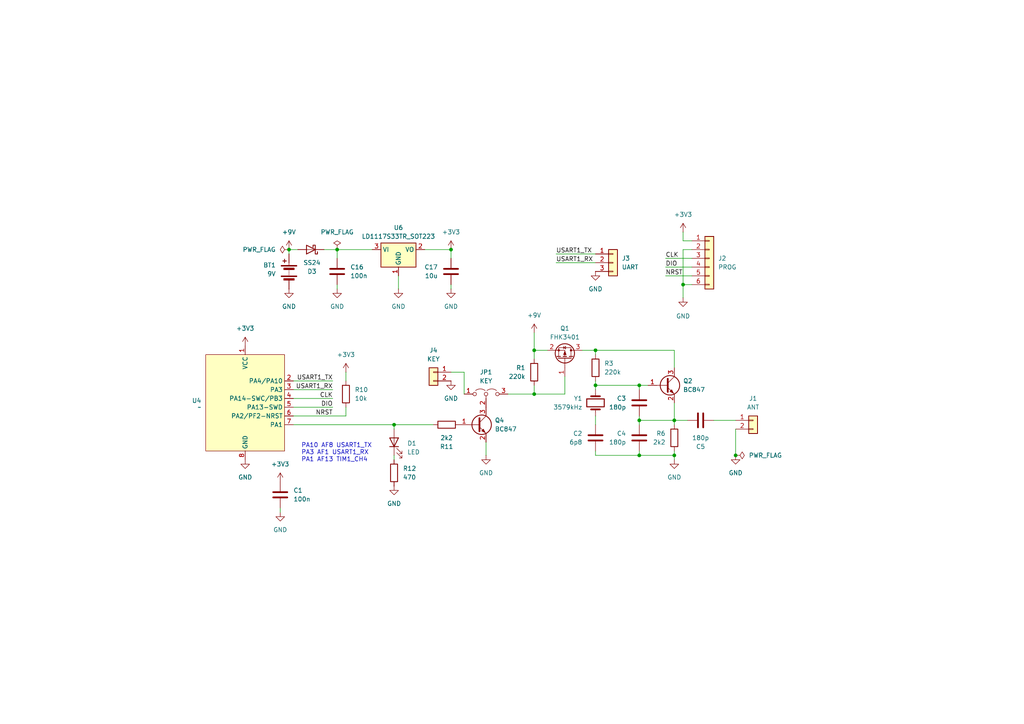
<source format=kicad_sch>
(kicad_sch (version 20250114) (generator "eeschema") (generator_version "9.0")
  (paper "A4")
  (lib_symbols
    (symbol "BC847_1" (pin_names (offset 0) (hide yes))
      (property "Reference" "Q" (at 5.08 1.905 0))
      (property "Value" "BC847" (at 5.08 0 0))
      (symbol "BC847_1_0_1"
        (polyline (pts (xy -2.54 0) (xy 0.635 0)))
        (polyline (pts (xy 0.635 1.905) (xy 0.635 -1.905)) (stroke (width 0.508)))
        (circle (center 1.27 0) (radius 2.8194) (stroke (width 0.254)))
      )
      (symbol "BC847_1_1_1"
        (polyline (pts (xy 0.635 0.635) (xy 2.54 2.54)))
        (polyline (pts (xy 0.635 -0.635) (xy 2.54 -2.54)))
        (polyline (pts (xy 1.27 -1.778) (xy 1.778 -1.27) (xy 2.286 -2.286) (xy 1.27 -1.778)) (fill (type outline)))
        (pin input line (at -5.08 0 0) (length 2.54) (name "B") (number "1"))
        (pin passive line (at 2.54 5.08 270) (length 2.54) (name "C") (number "3"))
        (pin passive line (at 2.54 -5.08 90) (length 2.54) (name "E") (number "2"))
      )
    )
    (symbol "Connector_Generic:Conn_01x02" (pin_names (offset 1.016) (hide yes))
      (property "Reference" "J" (at 0 2.54 0))
      (property "Value" "Conn_01x02" (at 0 -5.08 0))
      (symbol "Conn_01x02_1_1"
        (rectangle (start -1.27 1.27) (end 1.27 -3.81) (stroke (width 0.254)) (fill (type background)))
        (rectangle (start -1.27 0.127) (end 0 -0.127) (stroke (width 0.1524)))
        (rectangle (start -1.27 -2.413) (end 0 -2.667) (stroke (width 0.1524)))
        (pin passive line (at -5.08 0 0) (length 3.81) (name "Pin_1") (number "1"))
        (pin passive line (at -5.08 -2.54 0) (length 3.81) (name "Pin_2") (number "2"))
      )
    )
    (symbol "Connector_Generic:Conn_01x03" (pin_names (offset 1.016) (hide yes))
      (property "Reference" "J" (at 0 5.08 0))
      (property "Value" "Conn_01x03" (at 0 -5.08 0))
      (symbol "Conn_01x03_1_1"
        (rectangle (start -1.27 3.81) (end 1.27 -3.81) (stroke (width 0.254)) (fill (type background)))
        (rectangle (start -1.27 2.667) (end 0 2.413) (stroke (width 0.1524)))
        (rectangle (start -1.27 0.127) (end 0 -0.127) (stroke (width 0.1524)))
        (rectangle (start -1.27 -2.413) (end 0 -2.667) (stroke (width 0.1524)))
        (pin passive line (at -5.08 2.54 0) (length 3.81) (name "Pin_1") (number "1"))
        (pin passive line (at -5.08 0 0) (length 3.81) (name "Pin_2") (number "2"))
        (pin passive line (at -5.08 -2.54 0) (length 3.81) (name "Pin_3") (number "3"))
      )
    )
    (symbol "Connector_Generic:Conn_01x06" (pin_names (offset 1.016) (hide yes))
      (property "Reference" "J" (at 0 7.62 0))
      (property "Value" "Conn_01x06" (at 0 -10.16 0))
      (symbol "Conn_01x06_1_1"
        (rectangle (start -1.27 6.35) (end 1.27 -8.89) (stroke (width 0.254)) (fill (type background)))
        (rectangle (start -1.27 5.207) (end 0 4.953) (stroke (width 0.1524)))
        (rectangle (start -1.27 2.667) (end 0 2.413) (stroke (width 0.1524)))
        (rectangle (start -1.27 0.127) (end 0 -0.127) (stroke (width 0.1524)))
        (rectangle (start -1.27 -2.413) (end 0 -2.667) (stroke (width 0.1524)))
        (rectangle (start -1.27 -4.953) (end 0 -5.207) (stroke (width 0.1524)))
        (rectangle (start -1.27 -7.493) (end 0 -7.747) (stroke (width 0.1524)))
        (pin passive line (at -5.08 5.08 0) (length 3.81) (name "Pin_1") (number "1"))
        (pin passive line (at -5.08 2.54 0) (length 3.81) (name "Pin_2") (number "2"))
        (pin passive line (at -5.08 0 0) (length 3.81) (name "Pin_3") (number "3"))
        (pin passive line (at -5.08 -2.54 0) (length 3.81) (name "Pin_4") (number "4"))
        (pin passive line (at -5.08 -5.08 0) (length 3.81) (name "Pin_5") (number "5"))
        (pin passive line (at -5.08 -7.62 0) (length 3.81) (name "Pin_6") (number "6"))
      )
    )
    (symbol "Device:Battery" (pin_numbers (hide yes)) (pin_names (offset 0) (hide yes))
      (property "Reference" "BT" (at 2.54 2.54 0))
      (property "Value" "Battery" (at 2.54 0 0))
      (symbol "Battery_0_1"
        (rectangle (start -2.286 1.778) (end 2.286 1.524) (fill (type outline)))
        (rectangle (start -2.286 -1.27) (end 2.286 -1.524) (fill (type outline)))
        (rectangle (start -1.524 1.016) (end 1.524 0.508) (fill (type outline)))
        (rectangle (start -1.524 -2.032) (end 1.524 -2.54) (fill (type outline)))
        (polyline (pts (xy 0 1.778) (xy 0 2.54)))
        (polyline (pts (xy 0 0) (xy 0 0.254)))
        (polyline (pts (xy 0 -0.508) (xy 0 -0.254)))
        (polyline (pts (xy 0 -1.016) (xy 0 -0.762)))
        (polyline (pts (xy 0.762 3.048) (xy 1.778 3.048)) (stroke (width 0.254)))
        (polyline (pts (xy 1.27 3.556) (xy 1.27 2.54)) (stroke (width 0.254)))
      )
      (symbol "Battery_1_1"
        (pin passive line (at 0 5.08 270) (length 2.54) (name "+") (number "1"))
        (pin passive line (at 0 -5.08 90) (length 2.54) (name "-") (number "2"))
      )
    )
    (symbol "Device:C" (pin_numbers (hide yes)) (pin_names (offset 0.254))
      (property "Reference" "C" (at 0.635 2.54 0))
      (property "Value" "C" (at 0.635 -2.54 0))
      (symbol "C_0_1"
        (polyline (pts (xy -2.032 0.762) (xy 2.032 0.762)) (stroke (width 0.508)))
        (polyline (pts (xy -2.032 -0.762) (xy 2.032 -0.762)) (stroke (width 0.508)))
      )
      (symbol "C_1_1"
        (pin passive line (at 0 3.81 270) (length 2.794) (name "~") (number "1"))
        (pin passive line (at 0 -3.81 90) (length 2.794) (name "~") (number "2"))
      )
    )
    (symbol "Device:Crystal" (pin_numbers (hide yes)) (pin_names (offset 1.016) (hide yes))
      (property "Reference" "Y" (at 0 3.81 0))
      (property "Value" "Crystal" (at 0 -3.81 0))
      (symbol "Crystal_0_1"
        (polyline (pts (xy -2.54 0) (xy -1.905 0)))
        (polyline (pts (xy -1.905 -1.27) (xy -1.905 1.27)) (stroke (width 0.508)))
        (rectangle (start -1.143 2.54) (end 1.143 -2.54) (stroke (width 0.3048)))
        (polyline (pts (xy 1.905 -1.27) (xy 1.905 1.27)) (stroke (width 0.508)))
        (polyline (pts (xy 2.54 0) (xy 1.905 0)))
      )
      (symbol "Crystal_1_1"
        (pin passive line (at -3.81 0 0) (length 1.27) (name "1") (number "1"))
        (pin passive line (at 3.81 0 180) (length 1.27) (name "2") (number "2"))
      )
    )
    (symbol "Device:LED" (pin_numbers (hide yes)) (pin_names (offset 1.016) (hide yes))
      (property "Reference" "D" (at 0 2.54 0))
      (property "Value" "LED" (at 0 -2.54 0))
      (symbol "LED_0_1"
        (polyline (pts (xy -3.048 -0.762) (xy -4.572 -2.286) (xy -3.81 -2.286) (xy -4.572 -2.286) (xy -4.572 -1.524)))
        (polyline (pts (xy -1.778 -0.762) (xy -3.302 -2.286) (xy -2.54 -2.286) (xy -3.302 -2.286) (xy -3.302 -1.524)))
        (polyline (pts (xy -1.27 0) (xy 1.27 0)))
        (polyline (pts (xy -1.27 -1.27) (xy -1.27 1.27)) (stroke (width 0.254)))
        (polyline (pts (xy 1.27 -1.27) (xy 1.27 1.27) (xy -1.27 0) (xy 1.27 -1.27)) (stroke (width 0.254)))
      )
      (symbol "LED_1_1"
        (pin passive line (at -3.81 0 0) (length 2.54) (name "K") (number "1"))
        (pin passive line (at 3.81 0 180) (length 2.54) (name "A") (number "2"))
      )
    )
    (symbol "Device:R" (pin_numbers (hide yes)) (pin_names (offset 0))
      (property "Reference" "R" (at 2.032 0 90))
      (property "Value" "R" (at 0 0 90))
      (symbol "R_0_1"
        (rectangle (start -1.016 -2.54) (end 1.016 2.54) (stroke (width 0.254)))
      )
      (symbol "R_1_1"
        (pin passive line (at 0 3.81 270) (length 1.27) (name "~") (number "1"))
        (pin passive line (at 0 -3.81 90) (length 1.27) (name "~") (number "2"))
      )
    )
    (symbol "Diode:SS24" (pin_numbers (hide yes)) (pin_names (offset 1.016) (hide yes))
      (property "Reference" "D" (at 0 2.54 0))
      (property "Value" "SS24" (at 0 -2.54 0))
      (symbol "SS24_0_1"
        (polyline (pts (xy -1.905 0.635) (xy -1.905 1.27) (xy -1.27 1.27) (xy -1.27 -1.27) (xy -0.635 -1.27) (xy -0.635 -0.635)) (stroke (width 0.254)))
        (polyline (pts (xy 1.27 1.27) (xy 1.27 -1.27) (xy -1.27 0) (xy 1.27 1.27)) (stroke (width 0.254)))
        (polyline (pts (xy 1.27 0) (xy -1.27 0)))
      )
      (symbol "SS24_1_1"
        (pin passive line (at -3.81 0 0) (length 2.54) (name "K") (number "1"))
        (pin passive line (at 3.81 0 180) (length 2.54) (name "A") (number "2"))
      )
    )
    (symbol "Jumper:Jumper_3_Open" (pin_names (offset 0) (hide yes)) (in_bom no)
      (property "Reference" "JP" (at -2.54 -2.54 0))
      (property "Value" "Jumper_3_Open" (at 0 2.794 0))
      (symbol "Jumper_3_Open_0_0"
        (circle (center -3.302 0) (radius 0.508))
        (circle (center 0 0) (radius 0.508))
        (circle (center 3.302 0) (radius 0.508))
      )
      (symbol "Jumper_3_Open_0_1"
        (arc (start -3.048 1.016) (mid -1.651 1.4992) (end -0.254 1.016))
        (polyline (pts (xy 0 -0.508) (xy 0 -1.27)))
        (arc (start 0.254 1.016) (mid 1.651 1.4992) (end 3.048 1.016))
      )
      (symbol "Jumper_3_Open_1_1"
        (pin passive line (at -6.35 0 0) (length 2.54) (name "A") (number "1"))
        (pin passive line (at 0 -3.81 90) (length 2.54) (name "C") (number "2"))
        (pin passive line (at 6.35 0 180) (length 2.54) (name "B") (number "3"))
      )
    )
    (symbol "Regulator_Linear:LD1117S33TR_SOT223"
      (property "Reference" "U" (at -3.81 3.175 0))
      (property "Value" "LD1117S33TR_SOT223" (at 0 3.175 0))
      (symbol "LD1117S33TR_SOT223_0_1"
        (rectangle (start -5.08 -5.08) (end 5.08 1.905) (stroke (width 0.254)) (fill (type background)))
      )
      (symbol "LD1117S33TR_SOT223_1_1"
        (pin power_in line (at -7.62 0 0) (length 2.54) (name "VI") (number "3"))
        (pin power_in line (at 0 -7.62 90) (length 2.54) (name "GND") (number "1"))
        (pin power_out line (at 7.62 0 180) (length 2.54) (name "VO") (number "2"))
      )
    )
    (symbol "Transistor_FET:Q_PMOS_GSD" (pin_names (offset 0) (hide yes))
      (property "Reference" "Q" (at 5.08 1.905 0))
      (property "Value" "Q_PMOS_GSD" (at 5.08 0 0))
      (symbol "Q_PMOS_GSD_0_1"
        (polyline (pts (xy 0.254 1.905) (xy 0.254 -1.905)) (stroke (width 0.254)))
        (polyline (pts (xy 0.254 0) (xy -2.54 0)))
        (polyline (pts (xy 0.762 2.286) (xy 0.762 1.27)) (stroke (width 0.254)))
        (polyline (pts (xy 0.762 1.778) (xy 3.302 1.778) (xy 3.302 -1.778) (xy 0.762 -1.778)))
        (polyline (pts (xy 0.762 0.508) (xy 0.762 -0.508)) (stroke (width 0.254)))
        (polyline (pts (xy 0.762 -1.27) (xy 0.762 -2.286)) (stroke (width 0.254)))
        (circle (center 1.651 0) (radius 2.794) (stroke (width 0.254)))
        (polyline (pts (xy 2.286 0) (xy 1.27 0.381) (xy 1.27 -0.381) (xy 2.286 0)) (fill (type outline)))
        (polyline (pts (xy 2.54 2.54) (xy 2.54 1.778)))
        (circle (center 2.54 1.778) (radius 0.254) (fill (type outline)))
        (circle (center 2.54 -1.778) (radius 0.254) (fill (type outline)))
        (polyline (pts (xy 2.54 -2.54) (xy 2.54 0) (xy 0.762 0)))
        (polyline (pts (xy 2.921 -0.381) (xy 3.683 -0.381)))
        (polyline (pts (xy 3.302 -0.381) (xy 2.921 0.254) (xy 3.683 0.254) (xy 3.302 -0.381)))
      )
      (symbol "Q_PMOS_GSD_1_1"
        (pin input line (at -5.08 0 0) (length 2.54) (name "G") (number "1"))
        (pin passive line (at 2.54 5.08 270) (length 2.54) (name "D") (number "3"))
        (pin passive line (at 2.54 -5.08 90) (length 2.54) (name "S") (number "2"))
      )
    )
    (symbol "power:+3V3" (power) (pin_numbers (hide yes)) (pin_names (offset 0) (hide yes))
      (property "Value" "+3V3" (at 0 3.556 0))
      (symbol "+3V3_0_1"
        (polyline (pts (xy -0.762 1.27) (xy 0 2.54)))
        (polyline (pts (xy 0 2.54) (xy 0.762 1.27)))
        (polyline (pts (xy 0 0) (xy 0 2.54)))
      )
      (symbol "+3V3_1_1"
        (pin power_in line (at 0 0 90) (length 0) (name "~") (number "1"))
      )
    )
    (symbol "power:+9V" (power) (pin_numbers (hide yes)) (pin_names (offset 0) (hide yes))
      (property "Value" "+9V" (at 0 3.556 0))
      (symbol "+9V_0_1"
        (polyline (pts (xy -0.762 1.27) (xy 0 2.54)))
        (polyline (pts (xy 0 2.54) (xy 0.762 1.27)))
        (polyline (pts (xy 0 0) (xy 0 2.54)))
      )
      (symbol "+9V_1_1"
        (pin power_in line (at 0 0 90) (length 0) (name "~") (number "1"))
      )
    )
    (symbol "power:GND" (power) (pin_numbers (hide yes)) (pin_names (offset 0) (hide yes))
      (property "Value" "GND" (at 0 -3.81 0))
      (symbol "GND_0_1"
        (polyline (pts (xy 0 0) (xy 0 -1.27) (xy 1.27 -1.27) (xy 0 -2.54) (xy -1.27 -1.27) (xy 0 -1.27)))
      )
      (symbol "GND_1_1"
        (pin power_in line (at 0 0 270) (length 0) (name "~") (number "1"))
      )
    )
    (symbol "power:PWR_FLAG" (power) (pin_numbers (hide yes)) (pin_names (offset 0) (hide yes))
      (property "Value" "PWR_FLAG" (at 0 3.81 0))
      (symbol "PWR_FLAG_0_0"
        (pin power_out line (at 0 0 90) (length 0) (name "~") (number "1"))
      )
      (symbol "PWR_FLAG_0_1"
        (polyline (pts (xy 0 0) (xy 0 1.27) (xy -1.016 1.905) (xy 0 2.54) (xy 1.016 1.905) (xy 0 1.27)))
      )
    )
    (symbol "puya_mcu:PY32F002AL15S"
      (property "Reference" "U" (at -10.16 15.24 0))
      (symbol "PY32F002AL15S_1_1"
        (rectangle (start -11.43 13.97) (end 11.43 -13.97) (fill (type background)))
        (pin power_in line (at 0 16.51 270) (length 2.54) (name "VCC") (number "1"))
        (pin power_in line (at 0 -16.51 90) (length 2.54) (name "GND") (number "8"))
        (pin passive line (at 13.97 6.35 180) (length 2.54) (name "PA4/PA10") (number "2"))
        (pin passive line (at 13.97 3.81 180) (length 2.54) (name "PA3") (number "3"))
        (pin passive line (at 13.97 1.27 180) (length 2.54) (name "PA14-SWC/PB3") (number "4"))
        (pin passive line (at 13.97 -1.27 180) (length 2.54) (name "PA13-SWD") (number "5"))
        (pin passive line (at 13.97 -3.81 180) (length 2.54) (name "PA2/PF2-NRST") (number "6"))
        (pin passive line (at 13.97 -6.35 180) (length 2.54) (name "PA1") (number "7"))
      )
    )
  )
  (text "PA10 AF8 USART1_TX\nPA3 AF1 USART1_RX\nPA1 AF13 TIM1_CH4" (at 87.376 131.318 0) (effects (font (size 1.27 1.27)) (justify left)))
  (junction (at 195.58 121.92))
  (junction (at 97.79 72.39))
  (junction (at 198.12 82.55))
  (junction (at 185.42 132.08))
  (junction (at 172.72 111.76))
  (junction (at 114.3 123.19))
  (junction (at 130.81 72.39))
  (junction (at 154.94 114.3))
  (junction (at 185.42 111.76))
  (junction (at 83.82 72.39))
  (junction (at 185.42 121.92))
  (junction (at 172.72 101.6))
  (junction (at 195.58 132.08))
  (junction (at 213.36 132.08))
  (junction (at 154.94 101.6))
  (wire (pts (xy 154.94 96.52) (xy 154.94 101.6)))
  (wire (pts (xy 193.04 77.47) (xy 200.66 77.47)))
  (wire (pts (xy 81.28 147.32) (xy 81.28 148.59)))
  (wire (pts (xy 172.72 132.08) (xy 172.72 130.81)))
  (wire (pts (xy 185.42 132.08) (xy 195.58 132.08)))
  (wire (pts (xy 198.12 72.39) (xy 200.66 72.39)))
  (wire (pts (xy 97.79 72.39) (xy 107.95 72.39)))
  (wire (pts (xy 83.82 72.39) (xy 83.82 73.66)))
  (wire (pts (xy 193.04 74.93) (xy 200.66 74.93)))
  (wire (pts (xy 161.29 76.2) (xy 172.72 76.2)))
  (wire (pts (xy 213.36 124.46) (xy 213.36 132.08)))
  (wire (pts (xy 97.79 82.55) (xy 97.79 83.82)))
  (wire (pts (xy 195.58 132.08) (xy 195.58 130.81)))
  (wire (pts (xy 154.94 111.76) (xy 154.94 114.3)))
  (wire (pts (xy 114.3 123.19) (xy 125.73 123.19)))
  (wire (pts (xy 195.58 123.19) (xy 195.58 121.92)))
  (wire (pts (xy 195.58 101.6) (xy 195.58 106.68)))
  (wire (pts (xy 207.01 121.92) (xy 213.36 121.92)))
  (wire (pts (xy 154.94 104.14) (xy 154.94 101.6)))
  (wire (pts (xy 130.81 74.93) (xy 130.81 72.39)))
  (wire (pts (xy 193.04 80.01) (xy 200.66 80.01)))
  (wire (pts (xy 114.3 132.08) (xy 114.3 133.35)))
  (wire (pts (xy 172.72 132.08) (xy 185.42 132.08)))
  (wire (pts (xy 123.19 72.39) (xy 130.81 72.39)))
  (wire (pts (xy 198.12 72.39) (xy 198.12 82.55)))
  (wire (pts (xy 185.42 123.19) (xy 185.42 121.92)))
  (wire (pts (xy 198.12 82.55) (xy 198.12 86.36)))
  (wire (pts (xy 115.57 83.82) (xy 115.57 80.01)))
  (wire (pts (xy 130.81 107.95) (xy 134.62 107.95)))
  (wire (pts (xy 85.09 120.65) (xy 100.33 120.65)))
  (wire (pts (xy 154.94 114.3) (xy 163.83 114.3)))
  (wire (pts (xy 195.58 121.92) (xy 199.39 121.92)))
  (wire (pts (xy 185.42 121.92) (xy 185.42 120.65)))
  (wire (pts (xy 161.29 73.66) (xy 172.72 73.66)))
  (wire (pts (xy 100.33 118.11) (xy 100.33 120.65)))
  (wire (pts (xy 114.3 124.46) (xy 114.3 123.19)))
  (wire (pts (xy 85.09 113.03) (xy 96.52 113.03)))
  (wire (pts (xy 100.33 107.95) (xy 100.33 110.49)))
  (wire (pts (xy 195.58 101.6) (xy 172.72 101.6)))
  (wire (pts (xy 172.72 113.03) (xy 172.72 111.76)))
  (wire (pts (xy 140.97 128.27) (xy 140.97 132.08)))
  (wire (pts (xy 168.91 101.6) (xy 172.72 101.6)))
  (wire (pts (xy 154.94 101.6) (xy 158.75 101.6)))
  (wire (pts (xy 147.32 114.3) (xy 154.94 114.3)))
  (wire (pts (xy 85.09 115.57) (xy 96.52 115.57)))
  (wire (pts (xy 85.09 123.19) (xy 114.3 123.19)))
  (wire (pts (xy 195.58 116.84) (xy 195.58 121.92)))
  (wire (pts (xy 172.72 111.76) (xy 172.72 110.49)))
  (wire (pts (xy 97.79 72.39) (xy 97.79 74.93)))
  (wire (pts (xy 198.12 69.85) (xy 200.66 69.85)))
  (wire (pts (xy 185.42 132.08) (xy 185.42 130.81)))
  (wire (pts (xy 130.81 82.55) (xy 130.81 83.82)))
  (wire (pts (xy 195.58 133.35) (xy 195.58 132.08)))
  (wire (pts (xy 86.36 72.39) (xy 83.82 72.39)))
  (wire (pts (xy 93.98 72.39) (xy 97.79 72.39)))
  (wire (pts (xy 85.09 110.49) (xy 96.52 110.49)))
  (wire (pts (xy 134.62 107.95) (xy 134.62 114.3)))
  (wire (pts (xy 187.96 111.76) (xy 185.42 111.76)))
  (wire (pts (xy 185.42 113.03) (xy 185.42 111.76)))
  (wire (pts (xy 198.12 82.55) (xy 200.66 82.55)))
  (wire (pts (xy 172.72 111.76) (xy 185.42 111.76)))
  (wire (pts (xy 163.83 114.3) (xy 163.83 109.22)))
  (wire (pts (xy 85.09 118.11) (xy 96.52 118.11)))
  (wire (pts (xy 198.12 67.31) (xy 198.12 69.85)))
  (wire (pts (xy 172.72 120.65) (xy 172.72 123.19)))
  (wire (pts (xy 172.72 101.6) (xy 172.72 102.87)))
  (wire (pts (xy 185.42 121.92) (xy 195.58 121.92)))
  (label "USART1_RX" (at 161.29 76.2 0))
  (label "NRST" (at 193.04 80.01 0))
  (label "USART1_TX" (at 96.52 110.49 180))
  (label "NRST" (at 96.52 120.65 180))
  (label "USART1_TX" (at 161.29 73.66 0))
  (label "DIO" (at 193.04 77.47 0))
  (label "USART1_RX" (at 96.52 113.03 180))
  (label "DIO" (at 96.52 118.11 180))
  (label "CLK" (at 193.04 74.93 0))
  (label "CLK" (at 96.52 115.57 180))
  (symbol (lib_id "power:+3V3") (at 130.81 72.39 0) (unit 1)
    (property "Reference" "#PWR021" (effects (hide yes)))
    (property "Value" "+3V3" (at 130.81 67.31 0))
    (property "Description" "Power symbol creates a global label with name \"+3V3\"" (effects (hide yes)))
  )
  (symbol (lib_id "Device:C") (at 81.28 143.51 0) (unit 1)
    (property "Reference" "C1" (at 85.09 142.2399 0) (effects (justify left)))
    (property "Value" "100n" (at 85.09 144.7799 0) (effects (justify left)))
    (property "Footprint" "Capacitor_SMD:C_0805_2012Metric_Pad1.18x1.45mm_HandSolder" (effects (hide yes)))
    (property "Description" "Unpolarized capacitor" (effects (hide yes)))
  )
  (symbol (lib_id "power:GND") (at 71.12 133.35 0) (unit 1)
    (property "Reference" "#PWR015" (effects (hide yes)))
    (property "Value" "GND" (at 71.12 138.43 0))
    (property "Description" "Power symbol creates a global label with name \"GND\" , ground" (effects (hide yes)))
  )
  (symbol (lib_id "power:GND") (at 83.82 83.82 0) (mirror y) (unit 1)
    (property "Reference" "#PWR028" (effects (hide yes)))
    (property "Value" "GND" (at 83.82 88.9 0))
    (property "Description" "Power symbol creates a global label with name \"GND\" , ground" (effects (hide yes)))
  )
  (symbol (lib_id "Device:C") (at 203.2 121.92 90) (mirror x) (unit 1)
    (property "Reference" "C5" (at 203.2 129.54 90))
    (property "Value" "180p" (at 203.2 127 90))
    (property "Footprint" "Capacitor_SMD:C_0805_2012Metric_Pad1.18x1.45mm_HandSolder" (effects (hide yes)))
    (property "Description" "Unpolarized capacitor" (effects (hide yes)))
  )
  (symbol (lib_id "power:GND") (at 97.79 83.82 0) (unit 1)
    (property "Reference" "#PWR030" (effects (hide yes)))
    (property "Value" "GND" (at 97.79 88.9 0))
    (property "Description" "Power symbol creates a global label with name \"GND\" , ground" (effects (hide yes)))
  )
  (symbol (lib_id "Device:C") (at 172.72 127 0) (mirror y) (unit 1)
    (property "Reference" "C2" (at 168.91 125.7299 0) (effects (justify left)))
    (property "Value" "6p8" (at 168.91 128.2699 0) (effects (justify left)))
    (property "Footprint" "Capacitor_SMD:C_0805_2012Metric_Pad1.18x1.45mm_HandSolder" (effects (hide yes)))
    (property "Description" "Unpolarized capacitor" (effects (hide yes)))
  )
  (symbol (lib_id "power:PWR_FLAG") (at 83.82 72.39 90) (unit 1)
    (property "Reference" "#FLG01" (effects (hide yes)))
    (property "Value" "PWR_FLAG" (at 80.01 72.3899 90) (effects (justify left)))
    (property "Description" "Special symbol for telling ERC where power comes from" (effects (hide yes)))
  )
  (symbol (lib_id "power:+3V3") (at 198.12 67.31 0) (unit 1)
    (property "Reference" "#PWR026" (effects (hide yes)))
    (property "Value" "+3V3" (at 198.12 62.23 0))
    (property "Description" "Power symbol creates a global label with name \"+3V3\"" (effects (hide yes)))
  )
  (symbol (lib_id "power:PWR_FLAG") (at 97.79 72.39 0) (unit 1)
    (property "Reference" "#FLG03" (effects (hide yes)))
    (property "Value" "PWR_FLAG" (at 97.79 67.31 0))
    (property "Description" "Special symbol for telling ERC where power comes from" (effects (hide yes)))
  )
  (symbol (lib_id "Connector_Generic:Conn_01x02") (at 218.44 121.92 0) (unit 1)
    (property "Reference" "J1" (at 218.44 115.57 0))
    (property "Value" "ANT" (at 218.44 118.11 0))
    (property "Footprint" "Connector_PinHeader_2.54mm:PinHeader_1x02_P2.54mm_Vertical" (effects (hide yes)))
    (property "Description" "Generic connector, single row, 01x02, script generated (kicad-library-utils/schlib/autogen/connector/)" (effects (hide yes)))
  )
  (symbol (lib_id "power:GND") (at 195.58 133.35 0) (unit 1)
    (property "Reference" "#PWR05" (effects (hide yes)))
    (property "Value" "GND" (at 195.58 138.43 0))
    (property "Description" "Power symbol creates a global label with name \"GND\" , ground" (effects (hide yes)))
  )
  (symbol (lib_id "power:+9V") (at 154.94 96.52 0) (unit 1)
    (property "Reference" "#PWR033" (effects (hide yes)))
    (property "Value" "+9V" (at 154.94 91.44 0))
    (property "Description" "Power symbol creates a global label with name \"+9V\"" (effects (hide yes)))
  )
  (symbol (lib_id "power:PWR_FLAG") (at 213.36 132.08 270) (unit 1)
    (property "Reference" "#FLG02" (effects (hide yes)))
    (property "Value" "PWR_FLAG" (at 217.17 132.0799 90) (effects (justify left)))
    (property "Description" "Special symbol for telling ERC where power comes from" (effects (hide yes)))
  )
  (symbol (lib_id "power:+9V") (at 83.82 72.39 0) (unit 1)
    (property "Reference" "#PWR032" (effects (hide yes)))
    (property "Value" "+9V" (at 83.82 67.31 0))
    (property "Description" "Power symbol creates a global label with name \"+9V\"" (effects (hide yes)))
  )
  (symbol (lib_id "Connector_Generic:Conn_01x02") (at 125.73 107.95 0) (mirror y) (unit 1)
    (property "Reference" "J4" (at 125.73 101.6 0))
    (property "Value" "KEY" (at 125.73 104.14 0))
    (property "Footprint" "Connector_PinHeader_2.54mm:PinHeader_1x02_P2.54mm_Vertical" (effects (hide yes)))
    (property "Description" "Generic connector, single row, 01x02, script generated (kicad-library-utils/schlib/autogen/connector/)" (effects (hide yes)))
  )
  (symbol (lib_id "Device:R") (at 195.58 127 0) (mirror y) (unit 1)
    (property "Reference" "R6" (at 193.04 125.7299 0) (effects (justify left)))
    (property "Value" "2k2" (at 193.04 128.2699 0) (effects (justify left)))
    (property "Footprint" "Resistor_SMD:R_0805_2012Metric_Pad1.20x1.40mm_HandSolder" (effects (hide yes)))
    (property "Description" "Resistor" (effects (hide yes)))
  )
  (symbol (lib_id "power:GND") (at 172.72 78.74 0) (unit 1)
    (property "Reference" "#PWR03" (effects (hide yes)))
    (property "Value" "GND" (at 172.72 83.82 0))
  )
  (symbol (lib_id "Device:R") (at 172.72 106.68 0) (unit 1)
    (property "Reference" "R3" (at 175.26 105.4099 0) (effects (justify left)))
    (property "Value" "220k" (at 175.26 107.9499 0) (effects (justify left)))
    (property "Footprint" "Resistor_SMD:R_0805_2012Metric_Pad1.20x1.40mm_HandSolder" (effects (hide yes)))
    (property "Description" "Resistor" (effects (hide yes)))
  )
  (symbol (lib_id "Device:C") (at 185.42 116.84 0) (mirror y) (unit 1)
    (property "Reference" "C3" (at 181.61 115.5699 0) (effects (justify left)))
    (property "Value" "180p" (at 181.61 118.1099 0) (effects (justify left)))
    (property "Footprint" "Capacitor_SMD:C_0805_2012Metric_Pad1.18x1.45mm_HandSolder" (effects (hide yes)))
    (property "Description" "Unpolarized capacitor" (effects (hide yes)))
  )
  (symbol (lib_id "power:GND") (at 115.57 83.82 0) (unit 1)
    (property "Reference" "#PWR024" (effects (hide yes)))
    (property "Value" "GND" (at 115.57 88.9 0))
    (property "Description" "Power symbol creates a global label with name \"GND\" , ground" (effects (hide yes)))
  )
  (symbol (lib_name "BC847_1") (lib_id "Transistor_BJT:BC847") (at 138.43 123.19 0) (unit 1)
    (property "Reference" "Q4" (at 143.51 121.9199 0) (effects (justify left)))
    (property "Value" "BC847" (at 143.51 124.4599 0) (effects (justify left)))
    (property "Footprint" "Package_TO_SOT_SMD:SOT-23" (effects (hide yes)))
    (property "Datasheet" "http://www.infineon.com/dgdl/Infineon-BC847SERIES_BC848SERIES_BC849SERIES_BC850SERIES-DS-v01_01-en.pdf?fileId=db3a304314dca389011541d4630a1657" (effects (hide yes)))
    (property "Description" "0.1A Ic, 45V Vce, NPN Transistor, SOT-23" (effects (hide yes)))
  )
  (symbol (lib_id "power:GND") (at 198.12 86.36 0) (unit 1)
    (property "Reference" "#PWR022" (effects (hide yes)))
    (property "Value" "GND" (at 198.12 91.694 0))
  )
  (symbol (lib_id "puya_mcu:PY32F002AL15S") (at 71.12 116.84 0) (unit 1)
    (property "Reference" "U4" (at 58.42 116.2049 0) (effects (justify right)))
    (property "Value" "~" (at 58.42 118.11 0) (effects (justify right)))
    (property "Footprint" "Package_SO:SOP-8_3.9x4.9mm_P1.27mm" (effects (hide yes)))
    (property "Datasheet" "https://datasheet.lcsc.com/lcsc/2303271200_PUYA--PY32F002AF15P6TU_C5292059.pdf" (effects (hide yes)))
  )
  (symbol (lib_id "Device:Crystal") (at 172.72 116.84 270) (mirror x) (unit 1)
    (property "Reference" "Y1" (at 168.91 115.5699 90) (effects (justify right)))
    (property "Value" "3579kHz" (at 168.91 118.1099 90) (effects (justify right)))
    (property "Footprint" "Crystal:Crystal_HC49-4H_Vertical" (effects (hide yes)))
    (property "Description" "Two pin crystal" (effects (hide yes)))
  )
  (symbol (lib_id "Jumper:Jumper_3_Open") (at 140.97 114.3 0) (unit 1) (in_bom no)
    (property "Reference" "JP1" (at 140.97 107.95 0))
    (property "Value" "KEY" (at 140.97 110.49 0))
    (property "Footprint" "Jumper:SolderJumper-3_P1.3mm_Open_RoundedPad1.0x1.5mm" (effects (hide yes)))
    (property "Description" "Jumper, 3-pole, both open" (effects (hide yes)))
  )
  (symbol (lib_id "Device:C") (at 97.79 78.74 0) (unit 1)
    (property "Reference" "C16" (at 101.6 77.4699 0) (effects (justify left)))
    (property "Value" "100n" (at 101.6 80.0099 0) (effects (justify left)))
    (property "Footprint" "Capacitor_SMD:C_0805_2012Metric_Pad1.18x1.45mm_HandSolder" (effects (hide yes)))
    (property "Description" "Unpolarized capacitor" (effects (hide yes)))
  )
  (symbol (lib_id "Device:R") (at 114.3 137.16 0) (unit 1)
    (property "Reference" "R12" (at 116.84 135.89 0) (effects (justify left)))
    (property "Value" "470" (at 116.84 138.43 0) (effects (justify left)))
    (property "Footprint" "Resistor_SMD:R_0805_2012Metric_Pad1.20x1.40mm_HandSolder" (effects (hide yes)))
  )
  (symbol (lib_id "power:GND") (at 213.36 132.08 0) (unit 1)
    (property "Reference" "#PWR020" (effects (hide yes)))
    (property "Value" "GND" (at 213.36 137.16 0))
    (property "Description" "Power symbol creates a global label with name \"GND\" , ground" (effects (hide yes)))
  )
  (symbol (lib_id "Device:R") (at 100.33 114.3 0) (unit 1)
    (property "Reference" "R10" (at 102.87 113.03 0) (effects (justify left)))
    (property "Value" "10k" (at 102.87 115.57 0) (effects (justify left)))
    (property "Footprint" "Resistor_SMD:R_0805_2012Metric_Pad1.20x1.40mm_HandSolder" (effects (hide yes)))
  )
  (symbol (lib_id "Device:LED") (at 114.3 128.27 90) (unit 1)
    (property "Reference" "D1" (at 118.11 128.5874 90) (effects (justify right)))
    (property "Value" "LED" (at 118.11 131.1274 90) (effects (justify right)))
    (property "Footprint" "LED_SMD:LED_0805_2012Metric_Pad1.15x1.40mm_HandSolder" (effects (hide yes)))
    (property "Description" "Light emitting diode" (effects (hide yes)))
    (property "Sim.Pins" "1=K 2=A" (effects (hide yes)))
  )
  (symbol (lib_id "Device:R") (at 154.94 107.95 0) (mirror y) (unit 1)
    (property "Reference" "R1" (at 152.4 106.6799 0) (effects (justify left)))
    (property "Value" "220k" (at 152.4 109.2199 0) (effects (justify left)))
    (property "Footprint" "Resistor_SMD:R_0805_2012Metric_Pad1.20x1.40mm_HandSolder" (effects (hide yes)))
    (property "Description" "Resistor" (effects (hide yes)))
  )
  (symbol (lib_id "Transistor_FET:Q_PMOS_GSD") (at 163.83 104.14 270) (mirror x) (unit 1)
    (property "Reference" "Q1" (at 163.83 95.25 90))
    (property "Value" "FHK3401" (at 163.83 97.79 90))
    (property "Footprint" "Package_TO_SOT_SMD:SOT-23" (effects (hide yes)))
    (property "Description" "P-MOSFET transistor, gate/source/drain" (effects (hide yes)))
  )
  (symbol (lib_id "power:GND") (at 140.97 132.08 0) (unit 1)
    (property "Reference" "#PWR01" (effects (hide yes)))
    (property "Value" "GND" (at 140.97 137.16 0))
    (property "Description" "Power symbol creates a global label with name \"GND\" , ground" (effects (hide yes)))
  )
  (symbol (lib_id "power:+3V3") (at 71.12 100.33 0) (unit 1)
    (property "Reference" "#PWR029" (effects (hide yes)))
    (property "Value" "+3V3" (at 71.12 95.25 0))
    (property "Description" "Power symbol creates a global label with name \"+3V3\"" (effects (hide yes)))
  )
  (symbol (lib_id "power:GND") (at 130.81 110.49 0) (unit 1)
    (property "Reference" "#PWR04" (effects (hide yes)))
    (property "Value" "GND" (at 130.81 115.57 0))
    (property "Description" "Power symbol creates a global label with name \"GND\" , ground" (effects (hide yes)))
  )
  (symbol (lib_id "power:GND") (at 81.28 148.59 0) (unit 1)
    (property "Reference" "#PWR06" (effects (hide yes)))
    (property "Value" "GND" (at 81.28 153.67 0))
    (property "Description" "Power symbol creates a global label with name \"GND\" , ground" (effects (hide yes)))
  )
  (symbol (lib_id "Connector_Generic:Conn_01x06") (at 205.74 74.93 0) (unit 1)
    (property "Reference" "J2" (at 208.28 74.9299 0) (effects (justify left)))
    (property "Value" "PROG" (at 208.28 77.4699 0) (effects (justify left)))
    (property "Footprint" "Connector_PinHeader_2.54mm:PinHeader_1x06_P2.54mm_Vertical" (effects (hide yes)))
  )
  (symbol (lib_id "power:GND") (at 130.81 83.82 0) (unit 1)
    (property "Reference" "#PWR027" (effects (hide yes)))
    (property "Value" "GND" (at 130.81 88.9 0))
    (property "Description" "Power symbol creates a global label with name \"GND\" , ground" (effects (hide yes)))
  )
  (symbol (lib_id "Connector_Generic:Conn_01x03") (at 177.8 76.2 0) (unit 1)
    (property "Reference" "J3" (at 180.34 74.9299 0) (effects (justify left)))
    (property "Value" "UART" (at 180.34 77.4699 0) (effects (justify left)))
    (property "Footprint" "Connector_PinHeader_2.54mm:PinHeader_1x03_P2.54mm_Vertical" (effects (hide yes)))
    (property "Description" "Generic connector, single row, 01x03, script generated (kicad-library-utils/schlib/autogen/connector/)" (effects (hide yes)))
  )
  (symbol (lib_id "Device:C") (at 185.42 127 0) (mirror y) (unit 1)
    (property "Reference" "C4" (at 181.61 125.7299 0) (effects (justify left)))
    (property "Value" "180p" (at 181.61 128.2699 0) (effects (justify left)))
    (property "Footprint" "Capacitor_SMD:C_0805_2012Metric_Pad1.18x1.45mm_HandSolder" (effects (hide yes)))
    (property "Description" "Unpolarized capacitor" (effects (hide yes)))
  )
  (symbol (lib_id "Device:C") (at 130.81 78.74 0) (mirror y) (unit 1)
    (property "Reference" "C17" (at 127 77.4699 0) (effects (justify left)))
    (property "Value" "10u" (at 127 80.0099 0) (effects (justify left)))
    (property "Footprint" "Capacitor_SMD:C_0805_2012Metric_Pad1.18x1.45mm_HandSolder" (effects (hide yes)))
    (property "Description" "Unpolarized capacitor" (effects (hide yes)))
  )
  (symbol (lib_id "power:GND") (at 114.3 140.97 0) (unit 1)
    (property "Reference" "#PWR02" (effects (hide yes)))
    (property "Value" "GND" (at 114.3 146.05 0))
    (property "Description" "Power symbol creates a global label with name \"GND\" , ground" (effects (hide yes)))
  )
  (symbol (lib_id "Device:Battery") (at 83.82 78.74 0) (mirror y) (unit 1)
    (property "Reference" "BT1" (at 80.01 76.8984 0) (effects (justify left)))
    (property "Value" "9V" (at 80.01 79.4384 0) (effects (justify left)))
    (property "Footprint" "Connector_PinHeader_2.54mm:PinHeader_1x02_P2.54mm_Vertical" (effects (hide yes)))
    (property "Description" "Multiple-cell battery" (effects (hide yes)))
  )
  (symbol (lib_id "power:+3V3") (at 81.28 139.7 0) (unit 1)
    (property "Reference" "#PWR07" (effects (hide yes)))
    (property "Value" "+3V3" (at 81.28 134.62 0))
    (property "Description" "Power symbol creates a global label with name \"+3V3\"" (effects (hide yes)))
  )
  (symbol (lib_id "Device:R") (at 129.54 123.19 90) (unit 1)
    (property "Reference" "R11" (at 129.54 129.54 90))
    (property "Value" "2k2" (at 129.54 127 90))
    (property "Footprint" "Resistor_SMD:R_0805_2012Metric_Pad1.20x1.40mm_HandSolder" (effects (hide yes)))
    (property "Description" "Resistor" (effects (hide yes)))
  )
  (symbol (lib_name "BC847_1") (lib_id "Transistor_BJT:BC847") (at 193.04 111.76 0) (unit 1)
    (property "Reference" "Q2" (at 198.12 110.4899 0) (effects (justify left)))
    (property "Value" "BC847" (at 198.12 113.0299 0) (effects (justify left)))
    (property "Footprint" "Package_TO_SOT_SMD:SOT-23" (effects (hide yes)))
    (property "Datasheet" "http://www.infineon.com/dgdl/Infineon-BC847SERIES_BC848SERIES_BC849SERIES_BC850SERIES-DS-v01_01-en.pdf?fileId=db3a304314dca389011541d4630a1657" (effects (hide yes)))
    (property "Description" "0.1A Ic, 45V Vce, NPN Transistor, SOT-23" (effects (hide yes)))
  )
  (symbol (lib_id "Diode:SS24") (at 90.17 72.39 180) (unit 1)
    (property "Reference" "D3" (at 90.4875 78.74 0))
    (property "Value" "SS24" (at 90.4875 76.2 0))
    (property "Footprint" "Diode_SMD:D_SMA" (effects (hide yes)))
    (property "Datasheet" "https://www.vishay.com/docs/88748/ss22.pdf" (effects (hide yes)))
    (property "Description" "40V 2A Schottky Diode, SMA" (effects (hide yes)))
  )
  (symbol (lib_id "Regulator_Linear:LD1117S33TR_SOT223") (at 115.57 72.39 0) (unit 1)
    (property "Reference" "U6" (at 115.57 66.04 0))
    (property "Value" "LD1117S33TR_SOT223" (at 115.57 68.58 0))
    (property "Footprint" "Package_TO_SOT_SMD:SOT-223-3_TabPin2" (effects (hide yes)))
    (property "Datasheet" "http://www.st.com/st-web-ui/static/active/en/resource/technical/document/datasheet/CD00000544.pdf" (effects (hide yes)))
    (property "Description" "800mA Fixed Low Drop Positive Voltage Regulator, Fixed Output 3.3V, SOT-223" (effects (hide yes)))
  )
  (symbol (lib_id "power:+3V3") (at 100.33 107.95 0) (unit 1)
    (property "Reference" "#PWR023" (effects (hide yes)))
    (property "Value" "+3V3" (at 100.33 102.87 0))
    (property "Description" "Power symbol creates a global label with name \"+3V3\"" (effects (hide yes)))
  )
)
</source>
